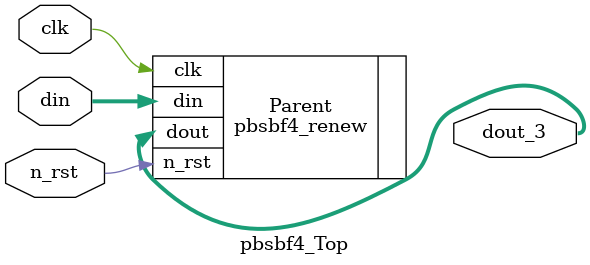
<source format=v>
module pbsbf4_Top 
(
  input wire         clk,
  //input wire         clk_8,
  //input wire         clk_64,
  input wire         n_rst,
  input wire [6:0]   din,
  //output wire[13:0]  dout_1, // For debug
  //output wire[26:0]  dout_2, // For debug
  output wire[13:0]  dout_3
  //output wire[DOUT_W-1:0]  dout
);
  
  //wire [16:0]     din_parent;
  //wire [26:0]     din_child;
  //wire [13:0]     dout;

  //assign dout_1 = din_parent;
  //assign dout_2 = din_child;
  //assign dout_3 = dout;

  //  clock_gen cg(
  //    .clk(clk),
  //    .n_rst(n_rst),
  //    .clk_14_8(clk_8)
  //    //.clkout_64(clkout_64)
  //  );

  pbsbf4_renew #(
    .DIN_W(7),
    .DOUT_W(14),
    .SPLINE_W(17),
    .S(3)
  )Parent(
    .clk(clk),
    .din(din),
    .n_rst(n_rst),
    .dout(dout_3)
  );

//  pbsbf4 #(
//    .DIN_W(17),
//    .DOUT_W(27),
//    .SPLINE_W(27),
//    .S(0)
//  )child(
//    .clk(clk_8),
//    .n_rst(n_rst),
//    .din(din_parent),
//    .dout(din_child)
//  );
//
//  pbsbf4 #(
//    .DIN_W(27),
//    .DOUT_W(14),
//    .SPLINE_W(37),
//    .S(23)
//  )grandchild(
//    .clk(clk),
//    .n_rst(n_rst),
//    .din(din_child),
//    .dout(dout)
//  );

endmodule

</source>
